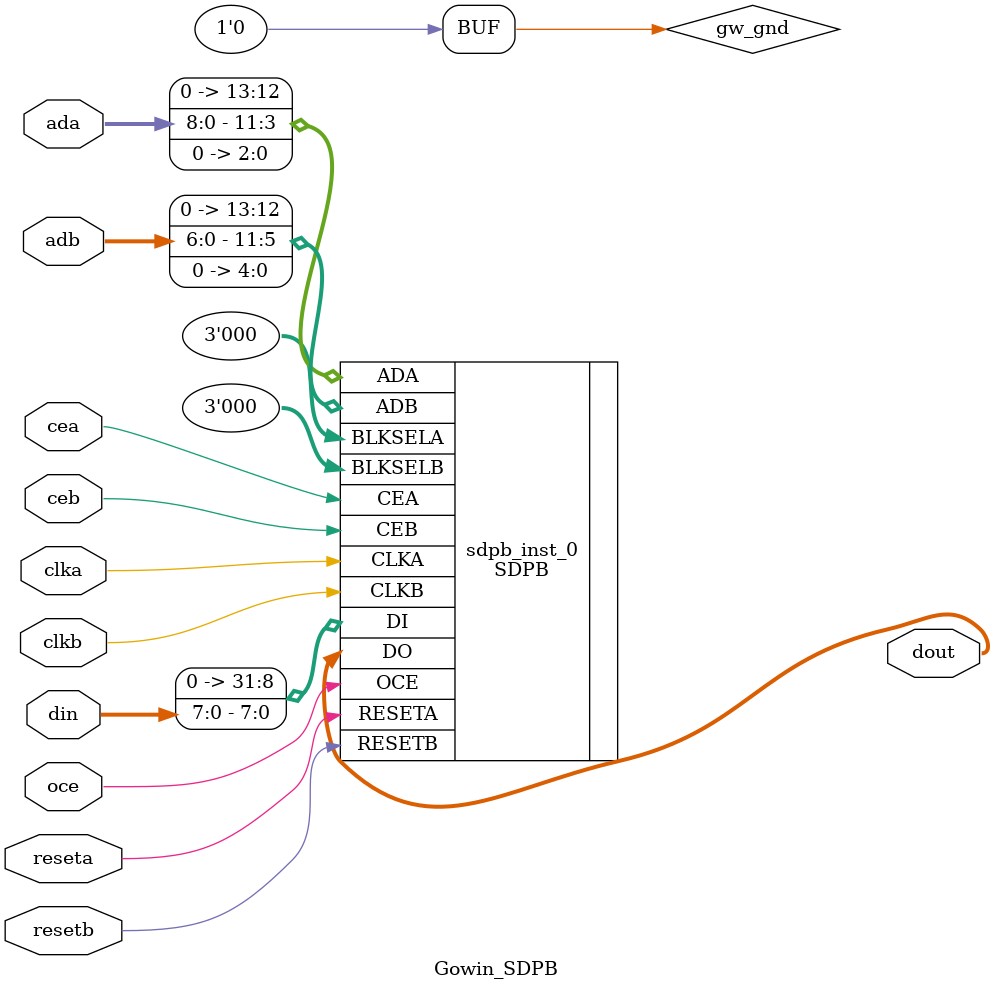
<source format=v>

module Gowin_SDPB (dout, clka, cea, reseta, clkb, ceb, resetb, oce, ada, din, adb);

output [31:0] dout;
input clka;
input cea;
input reseta;
input clkb;
input ceb;
input resetb;
input oce;
input [8:0] ada;
input [7:0] din;
input [6:0] adb;

wire gw_gnd;

assign gw_gnd = 1'b0;

SDPB sdpb_inst_0 (
    .DO({dout[31:24],dout[23:16],dout[15:8],dout[7:0]}),
    .CLKA(clka),
    .CEA(cea),
    .RESETA(reseta),
    .CLKB(clkb),
    .CEB(ceb),
    .RESETB(resetb),
    .OCE(oce),
    .BLKSELA({gw_gnd,gw_gnd,gw_gnd}),
    .BLKSELB({gw_gnd,gw_gnd,gw_gnd}),
    .ADA({gw_gnd,gw_gnd,ada[8:0],gw_gnd,gw_gnd,gw_gnd}),
    .DI({gw_gnd,gw_gnd,gw_gnd,gw_gnd,gw_gnd,gw_gnd,gw_gnd,gw_gnd,gw_gnd,gw_gnd,gw_gnd,gw_gnd,gw_gnd,gw_gnd,gw_gnd,gw_gnd,gw_gnd,gw_gnd,gw_gnd,gw_gnd,gw_gnd,gw_gnd,gw_gnd,gw_gnd,din[7:0]}),
    .ADB({gw_gnd,gw_gnd,adb[6:0],gw_gnd,gw_gnd,gw_gnd,gw_gnd,gw_gnd})
);

defparam sdpb_inst_0.READ_MODE = 1'b0;
defparam sdpb_inst_0.BIT_WIDTH_0 = 8;
defparam sdpb_inst_0.BIT_WIDTH_1 = 32;
defparam sdpb_inst_0.BLK_SEL_0 = 3'b000;
defparam sdpb_inst_0.BLK_SEL_1 = 3'b000;
defparam sdpb_inst_0.RESET_MODE = "SYNC";

endmodule //Gowin_SDPB

</source>
